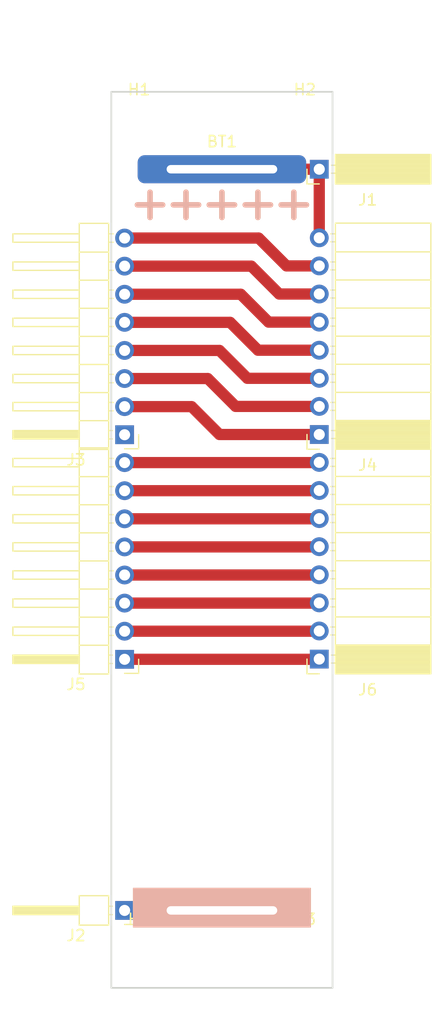
<source format=kicad_pcb>
(kicad_pcb (version 20171130) (host pcbnew "(5.1.5)-3")

  (general
    (thickness 1.6)
    (drawings 13)
    (tracks 40)
    (zones 0)
    (modules 11)
    (nets 19)
  )

  (page A4)
  (layers
    (0 F.Cu signal)
    (31 B.Cu signal)
    (32 B.Adhes user)
    (33 F.Adhes user)
    (34 B.Paste user)
    (35 F.Paste user)
    (36 B.SilkS user)
    (37 F.SilkS user)
    (38 B.Mask user)
    (39 F.Mask user)
    (40 Dwgs.User user)
    (41 Cmts.User user)
    (42 Eco1.User user)
    (43 Eco2.User user)
    (44 Edge.Cuts user)
    (45 Margin user)
    (46 B.CrtYd user)
    (47 F.CrtYd user)
    (48 B.Fab user)
    (49 F.Fab user)
  )

  (setup
    (last_trace_width 1.016)
    (user_trace_width 0.1524)
    (user_trace_width 0.254)
    (user_trace_width 0.508)
    (user_trace_width 0.762)
    (user_trace_width 1.016)
    (trace_clearance 0.1524)
    (zone_clearance 0.508)
    (zone_45_only no)
    (trace_min 0.1524)
    (via_size 0.6858)
    (via_drill 0.3302)
    (via_min_size 0.508)
    (via_min_drill 0.254)
    (user_via 0.508 0.254)
    (user_via 0.6858 0.3302)
    (user_via 0.8 0.4)
    (uvia_size 0.508)
    (uvia_drill 0.254)
    (uvias_allowed no)
    (uvia_min_size 0.2)
    (uvia_min_drill 0.1)
    (edge_width 0.15)
    (segment_width 0.2)
    (pcb_text_width 0.3)
    (pcb_text_size 1.5 1.5)
    (mod_edge_width 0.15)
    (mod_text_size 1 1)
    (mod_text_width 0.15)
    (pad_size 1.524 1.524)
    (pad_drill 0.762)
    (pad_to_mask_clearance 0.051)
    (solder_mask_min_width 0.25)
    (aux_axis_origin 0 0)
    (visible_elements FFFFFF7F)
    (pcbplotparams
      (layerselection 0x010fc_ffffffff)
      (usegerberextensions false)
      (usegerberattributes false)
      (usegerberadvancedattributes false)
      (creategerberjobfile false)
      (excludeedgelayer true)
      (linewidth 0.100000)
      (plotframeref false)
      (viasonmask false)
      (mode 1)
      (useauxorigin false)
      (hpglpennumber 1)
      (hpglpenspeed 20)
      (hpglpendiameter 15.000000)
      (psnegative false)
      (psa4output false)
      (plotreference true)
      (plotvalue true)
      (plotinvisibletext false)
      (padsonsilk false)
      (subtractmaskfromsilk false)
      (outputformat 1)
      (mirror false)
      (drillshape 1)
      (scaleselection 1)
      (outputdirectory ""))
  )

  (net 0 "")
  (net 1 "Net-(BT1-Pad2)")
  (net 2 "Net-(BT1-Pad1)")
  (net 3 "Net-(J3-Pad6)")
  (net 4 "Net-(J3-Pad5)")
  (net 5 "Net-(J3-Pad4)")
  (net 6 "Net-(J3-Pad3)")
  (net 7 "Net-(J3-Pad2)")
  (net 8 "Net-(J3-Pad1)")
  (net 9 "Net-(J5-Pad6)")
  (net 10 "Net-(J5-Pad5)")
  (net 11 "Net-(J5-Pad4)")
  (net 12 "Net-(J5-Pad3)")
  (net 13 "Net-(J5-Pad2)")
  (net 14 "Net-(J5-Pad1)")
  (net 15 "Net-(J3-Pad7)")
  (net 16 "Net-(J3-Pad8)")
  (net 17 "Net-(J5-Pad8)")
  (net 18 "Net-(J5-Pad7)")

  (net_class Default "Ceci est la Netclass par défaut."
    (clearance 0.1524)
    (trace_width 0.1524)
    (via_dia 0.6858)
    (via_drill 0.3302)
    (uvia_dia 0.508)
    (uvia_drill 0.254)
    (add_net "Net-(BT1-Pad1)")
    (add_net "Net-(BT1-Pad2)")
    (add_net "Net-(J3-Pad1)")
    (add_net "Net-(J3-Pad2)")
    (add_net "Net-(J3-Pad3)")
    (add_net "Net-(J3-Pad4)")
    (add_net "Net-(J3-Pad5)")
    (add_net "Net-(J3-Pad6)")
    (add_net "Net-(J3-Pad7)")
    (add_net "Net-(J3-Pad8)")
    (add_net "Net-(J5-Pad1)")
    (add_net "Net-(J5-Pad2)")
    (add_net "Net-(J5-Pad3)")
    (add_net "Net-(J5-Pad4)")
    (add_net "Net-(J5-Pad5)")
    (add_net "Net-(J5-Pad6)")
    (add_net "Net-(J5-Pad7)")
    (add_net "Net-(J5-Pad8)")
  )

  (module Connector_PinSocket_2.54mm:PinSocket_1x08_P2.54mm_Horizontal (layer F.Cu) (tedit 5A19A421) (tstamp 6088BA65)
    (at 30.8 63.28 180)
    (descr "Through hole angled socket strip, 1x08, 2.54mm pitch, 8.51mm socket length, single row (from Kicad 4.0.7), script generated")
    (tags "Through hole angled socket strip THT 1x08 2.54mm single row")
    (path /60887DCA)
    (fp_text reference J6 (at -4.38 -2.77) (layer F.SilkS)
      (effects (font (size 1 1) (thickness 0.15)))
    )
    (fp_text value bal_odd_right (at -4.38 20.55) (layer F.Fab)
      (effects (font (size 1 1) (thickness 0.15)))
    )
    (fp_text user %R (at -5.775 8.89 90) (layer F.Fab)
      (effects (font (size 1 1) (thickness 0.15)))
    )
    (fp_line (start 1.75 19.55) (end 1.75 -1.8) (layer F.CrtYd) (width 0.05))
    (fp_line (start -10.55 19.55) (end 1.75 19.55) (layer F.CrtYd) (width 0.05))
    (fp_line (start -10.55 -1.8) (end -10.55 19.55) (layer F.CrtYd) (width 0.05))
    (fp_line (start 1.75 -1.8) (end -10.55 -1.8) (layer F.CrtYd) (width 0.05))
    (fp_line (start 0 -1.33) (end 1.11 -1.33) (layer F.SilkS) (width 0.12))
    (fp_line (start 1.11 -1.33) (end 1.11 0) (layer F.SilkS) (width 0.12))
    (fp_line (start -10.09 -1.33) (end -10.09 19.11) (layer F.SilkS) (width 0.12))
    (fp_line (start -10.09 19.11) (end -1.46 19.11) (layer F.SilkS) (width 0.12))
    (fp_line (start -1.46 -1.33) (end -1.46 19.11) (layer F.SilkS) (width 0.12))
    (fp_line (start -10.09 -1.33) (end -1.46 -1.33) (layer F.SilkS) (width 0.12))
    (fp_line (start -10.09 16.51) (end -1.46 16.51) (layer F.SilkS) (width 0.12))
    (fp_line (start -10.09 13.97) (end -1.46 13.97) (layer F.SilkS) (width 0.12))
    (fp_line (start -10.09 11.43) (end -1.46 11.43) (layer F.SilkS) (width 0.12))
    (fp_line (start -10.09 8.89) (end -1.46 8.89) (layer F.SilkS) (width 0.12))
    (fp_line (start -10.09 6.35) (end -1.46 6.35) (layer F.SilkS) (width 0.12))
    (fp_line (start -10.09 3.81) (end -1.46 3.81) (layer F.SilkS) (width 0.12))
    (fp_line (start -10.09 1.27) (end -1.46 1.27) (layer F.SilkS) (width 0.12))
    (fp_line (start -1.46 18.14) (end -1.05 18.14) (layer F.SilkS) (width 0.12))
    (fp_line (start -1.46 17.42) (end -1.05 17.42) (layer F.SilkS) (width 0.12))
    (fp_line (start -1.46 15.6) (end -1.05 15.6) (layer F.SilkS) (width 0.12))
    (fp_line (start -1.46 14.88) (end -1.05 14.88) (layer F.SilkS) (width 0.12))
    (fp_line (start -1.46 13.06) (end -1.05 13.06) (layer F.SilkS) (width 0.12))
    (fp_line (start -1.46 12.34) (end -1.05 12.34) (layer F.SilkS) (width 0.12))
    (fp_line (start -1.46 10.52) (end -1.05 10.52) (layer F.SilkS) (width 0.12))
    (fp_line (start -1.46 9.8) (end -1.05 9.8) (layer F.SilkS) (width 0.12))
    (fp_line (start -1.46 7.98) (end -1.05 7.98) (layer F.SilkS) (width 0.12))
    (fp_line (start -1.46 7.26) (end -1.05 7.26) (layer F.SilkS) (width 0.12))
    (fp_line (start -1.46 5.44) (end -1.05 5.44) (layer F.SilkS) (width 0.12))
    (fp_line (start -1.46 4.72) (end -1.05 4.72) (layer F.SilkS) (width 0.12))
    (fp_line (start -1.46 2.9) (end -1.05 2.9) (layer F.SilkS) (width 0.12))
    (fp_line (start -1.46 2.18) (end -1.05 2.18) (layer F.SilkS) (width 0.12))
    (fp_line (start -1.46 0.36) (end -1.11 0.36) (layer F.SilkS) (width 0.12))
    (fp_line (start -1.46 -0.36) (end -1.11 -0.36) (layer F.SilkS) (width 0.12))
    (fp_line (start -10.09 1.1519) (end -1.46 1.1519) (layer F.SilkS) (width 0.12))
    (fp_line (start -10.09 1.033805) (end -1.46 1.033805) (layer F.SilkS) (width 0.12))
    (fp_line (start -10.09 0.91571) (end -1.46 0.91571) (layer F.SilkS) (width 0.12))
    (fp_line (start -10.09 0.797615) (end -1.46 0.797615) (layer F.SilkS) (width 0.12))
    (fp_line (start -10.09 0.67952) (end -1.46 0.67952) (layer F.SilkS) (width 0.12))
    (fp_line (start -10.09 0.561425) (end -1.46 0.561425) (layer F.SilkS) (width 0.12))
    (fp_line (start -10.09 0.44333) (end -1.46 0.44333) (layer F.SilkS) (width 0.12))
    (fp_line (start -10.09 0.325235) (end -1.46 0.325235) (layer F.SilkS) (width 0.12))
    (fp_line (start -10.09 0.20714) (end -1.46 0.20714) (layer F.SilkS) (width 0.12))
    (fp_line (start -10.09 0.089045) (end -1.46 0.089045) (layer F.SilkS) (width 0.12))
    (fp_line (start -10.09 -0.02905) (end -1.46 -0.02905) (layer F.SilkS) (width 0.12))
    (fp_line (start -10.09 -0.147145) (end -1.46 -0.147145) (layer F.SilkS) (width 0.12))
    (fp_line (start -10.09 -0.26524) (end -1.46 -0.26524) (layer F.SilkS) (width 0.12))
    (fp_line (start -10.09 -0.383335) (end -1.46 -0.383335) (layer F.SilkS) (width 0.12))
    (fp_line (start -10.09 -0.50143) (end -1.46 -0.50143) (layer F.SilkS) (width 0.12))
    (fp_line (start -10.09 -0.619525) (end -1.46 -0.619525) (layer F.SilkS) (width 0.12))
    (fp_line (start -10.09 -0.73762) (end -1.46 -0.73762) (layer F.SilkS) (width 0.12))
    (fp_line (start -10.09 -0.855715) (end -1.46 -0.855715) (layer F.SilkS) (width 0.12))
    (fp_line (start -10.09 -0.97381) (end -1.46 -0.97381) (layer F.SilkS) (width 0.12))
    (fp_line (start -10.09 -1.091905) (end -1.46 -1.091905) (layer F.SilkS) (width 0.12))
    (fp_line (start -10.09 -1.21) (end -1.46 -1.21) (layer F.SilkS) (width 0.12))
    (fp_line (start 0 18.08) (end 0 17.48) (layer F.Fab) (width 0.1))
    (fp_line (start -1.52 18.08) (end 0 18.08) (layer F.Fab) (width 0.1))
    (fp_line (start 0 17.48) (end -1.52 17.48) (layer F.Fab) (width 0.1))
    (fp_line (start 0 15.54) (end 0 14.94) (layer F.Fab) (width 0.1))
    (fp_line (start -1.52 15.54) (end 0 15.54) (layer F.Fab) (width 0.1))
    (fp_line (start 0 14.94) (end -1.52 14.94) (layer F.Fab) (width 0.1))
    (fp_line (start 0 13) (end 0 12.4) (layer F.Fab) (width 0.1))
    (fp_line (start -1.52 13) (end 0 13) (layer F.Fab) (width 0.1))
    (fp_line (start 0 12.4) (end -1.52 12.4) (layer F.Fab) (width 0.1))
    (fp_line (start 0 10.46) (end 0 9.86) (layer F.Fab) (width 0.1))
    (fp_line (start -1.52 10.46) (end 0 10.46) (layer F.Fab) (width 0.1))
    (fp_line (start 0 9.86) (end -1.52 9.86) (layer F.Fab) (width 0.1))
    (fp_line (start 0 7.92) (end 0 7.32) (layer F.Fab) (width 0.1))
    (fp_line (start -1.52 7.92) (end 0 7.92) (layer F.Fab) (width 0.1))
    (fp_line (start 0 7.32) (end -1.52 7.32) (layer F.Fab) (width 0.1))
    (fp_line (start 0 5.38) (end 0 4.78) (layer F.Fab) (width 0.1))
    (fp_line (start -1.52 5.38) (end 0 5.38) (layer F.Fab) (width 0.1))
    (fp_line (start 0 4.78) (end -1.52 4.78) (layer F.Fab) (width 0.1))
    (fp_line (start 0 2.84) (end 0 2.24) (layer F.Fab) (width 0.1))
    (fp_line (start -1.52 2.84) (end 0 2.84) (layer F.Fab) (width 0.1))
    (fp_line (start 0 2.24) (end -1.52 2.24) (layer F.Fab) (width 0.1))
    (fp_line (start 0 0.3) (end 0 -0.3) (layer F.Fab) (width 0.1))
    (fp_line (start -1.52 0.3) (end 0 0.3) (layer F.Fab) (width 0.1))
    (fp_line (start 0 -0.3) (end -1.52 -0.3) (layer F.Fab) (width 0.1))
    (fp_line (start -10.03 19.05) (end -10.03 -1.27) (layer F.Fab) (width 0.1))
    (fp_line (start -1.52 19.05) (end -10.03 19.05) (layer F.Fab) (width 0.1))
    (fp_line (start -1.52 -0.3) (end -1.52 19.05) (layer F.Fab) (width 0.1))
    (fp_line (start -2.49 -1.27) (end -1.52 -0.3) (layer F.Fab) (width 0.1))
    (fp_line (start -10.03 -1.27) (end -2.49 -1.27) (layer F.Fab) (width 0.1))
    (pad 8 thru_hole oval (at 0 17.78 180) (size 1.7 1.7) (drill 1) (layers *.Cu *.Mask)
      (net 17 "Net-(J5-Pad8)"))
    (pad 7 thru_hole oval (at 0 15.24 180) (size 1.7 1.7) (drill 1) (layers *.Cu *.Mask)
      (net 18 "Net-(J5-Pad7)"))
    (pad 6 thru_hole oval (at 0 12.7 180) (size 1.7 1.7) (drill 1) (layers *.Cu *.Mask)
      (net 9 "Net-(J5-Pad6)"))
    (pad 5 thru_hole oval (at 0 10.16 180) (size 1.7 1.7) (drill 1) (layers *.Cu *.Mask)
      (net 10 "Net-(J5-Pad5)"))
    (pad 4 thru_hole oval (at 0 7.62 180) (size 1.7 1.7) (drill 1) (layers *.Cu *.Mask)
      (net 11 "Net-(J5-Pad4)"))
    (pad 3 thru_hole oval (at 0 5.08 180) (size 1.7 1.7) (drill 1) (layers *.Cu *.Mask)
      (net 12 "Net-(J5-Pad3)"))
    (pad 2 thru_hole oval (at 0 2.54 180) (size 1.7 1.7) (drill 1) (layers *.Cu *.Mask)
      (net 13 "Net-(J5-Pad2)"))
    (pad 1 thru_hole rect (at 0 0 180) (size 1.7 1.7) (drill 1) (layers *.Cu *.Mask)
      (net 14 "Net-(J5-Pad1)"))
    (model ${KISYS3DMOD}/Connector_PinSocket_2.54mm.3dshapes/PinSocket_1x08_P2.54mm_Horizontal.wrl
      (at (xyz 0 0 0))
      (scale (xyz 1 1 1))
      (rotate (xyz 0 0 0))
    )
  )

  (module Connector_PinHeader_2.54mm:PinHeader_1x08_P2.54mm_Horizontal (layer F.Cu) (tedit 59FED5CB) (tstamp 6088BA13)
    (at 13.2 63.3 180)
    (descr "Through hole angled pin header, 1x08, 2.54mm pitch, 6mm pin length, single row")
    (tags "Through hole angled pin header THT 1x08 2.54mm single row")
    (path /608882E0)
    (fp_text reference J5 (at 4.385 -2.27) (layer F.SilkS)
      (effects (font (size 1 1) (thickness 0.15)))
    )
    (fp_text value bal_odd_left (at 4.385 20.05) (layer F.Fab)
      (effects (font (size 1 1) (thickness 0.15)))
    )
    (fp_text user %R (at 2.77 8.89 90) (layer F.Fab)
      (effects (font (size 1 1) (thickness 0.15)))
    )
    (fp_line (start 10.55 -1.8) (end -1.8 -1.8) (layer F.CrtYd) (width 0.05))
    (fp_line (start 10.55 19.55) (end 10.55 -1.8) (layer F.CrtYd) (width 0.05))
    (fp_line (start -1.8 19.55) (end 10.55 19.55) (layer F.CrtYd) (width 0.05))
    (fp_line (start -1.8 -1.8) (end -1.8 19.55) (layer F.CrtYd) (width 0.05))
    (fp_line (start -1.27 -1.27) (end 0 -1.27) (layer F.SilkS) (width 0.12))
    (fp_line (start -1.27 0) (end -1.27 -1.27) (layer F.SilkS) (width 0.12))
    (fp_line (start 1.042929 18.16) (end 1.44 18.16) (layer F.SilkS) (width 0.12))
    (fp_line (start 1.042929 17.4) (end 1.44 17.4) (layer F.SilkS) (width 0.12))
    (fp_line (start 10.1 18.16) (end 4.1 18.16) (layer F.SilkS) (width 0.12))
    (fp_line (start 10.1 17.4) (end 10.1 18.16) (layer F.SilkS) (width 0.12))
    (fp_line (start 4.1 17.4) (end 10.1 17.4) (layer F.SilkS) (width 0.12))
    (fp_line (start 1.44 16.51) (end 4.1 16.51) (layer F.SilkS) (width 0.12))
    (fp_line (start 1.042929 15.62) (end 1.44 15.62) (layer F.SilkS) (width 0.12))
    (fp_line (start 1.042929 14.86) (end 1.44 14.86) (layer F.SilkS) (width 0.12))
    (fp_line (start 10.1 15.62) (end 4.1 15.62) (layer F.SilkS) (width 0.12))
    (fp_line (start 10.1 14.86) (end 10.1 15.62) (layer F.SilkS) (width 0.12))
    (fp_line (start 4.1 14.86) (end 10.1 14.86) (layer F.SilkS) (width 0.12))
    (fp_line (start 1.44 13.97) (end 4.1 13.97) (layer F.SilkS) (width 0.12))
    (fp_line (start 1.042929 13.08) (end 1.44 13.08) (layer F.SilkS) (width 0.12))
    (fp_line (start 1.042929 12.32) (end 1.44 12.32) (layer F.SilkS) (width 0.12))
    (fp_line (start 10.1 13.08) (end 4.1 13.08) (layer F.SilkS) (width 0.12))
    (fp_line (start 10.1 12.32) (end 10.1 13.08) (layer F.SilkS) (width 0.12))
    (fp_line (start 4.1 12.32) (end 10.1 12.32) (layer F.SilkS) (width 0.12))
    (fp_line (start 1.44 11.43) (end 4.1 11.43) (layer F.SilkS) (width 0.12))
    (fp_line (start 1.042929 10.54) (end 1.44 10.54) (layer F.SilkS) (width 0.12))
    (fp_line (start 1.042929 9.78) (end 1.44 9.78) (layer F.SilkS) (width 0.12))
    (fp_line (start 10.1 10.54) (end 4.1 10.54) (layer F.SilkS) (width 0.12))
    (fp_line (start 10.1 9.78) (end 10.1 10.54) (layer F.SilkS) (width 0.12))
    (fp_line (start 4.1 9.78) (end 10.1 9.78) (layer F.SilkS) (width 0.12))
    (fp_line (start 1.44 8.89) (end 4.1 8.89) (layer F.SilkS) (width 0.12))
    (fp_line (start 1.042929 8) (end 1.44 8) (layer F.SilkS) (width 0.12))
    (fp_line (start 1.042929 7.24) (end 1.44 7.24) (layer F.SilkS) (width 0.12))
    (fp_line (start 10.1 8) (end 4.1 8) (layer F.SilkS) (width 0.12))
    (fp_line (start 10.1 7.24) (end 10.1 8) (layer F.SilkS) (width 0.12))
    (fp_line (start 4.1 7.24) (end 10.1 7.24) (layer F.SilkS) (width 0.12))
    (fp_line (start 1.44 6.35) (end 4.1 6.35) (layer F.SilkS) (width 0.12))
    (fp_line (start 1.042929 5.46) (end 1.44 5.46) (layer F.SilkS) (width 0.12))
    (fp_line (start 1.042929 4.7) (end 1.44 4.7) (layer F.SilkS) (width 0.12))
    (fp_line (start 10.1 5.46) (end 4.1 5.46) (layer F.SilkS) (width 0.12))
    (fp_line (start 10.1 4.7) (end 10.1 5.46) (layer F.SilkS) (width 0.12))
    (fp_line (start 4.1 4.7) (end 10.1 4.7) (layer F.SilkS) (width 0.12))
    (fp_line (start 1.44 3.81) (end 4.1 3.81) (layer F.SilkS) (width 0.12))
    (fp_line (start 1.042929 2.92) (end 1.44 2.92) (layer F.SilkS) (width 0.12))
    (fp_line (start 1.042929 2.16) (end 1.44 2.16) (layer F.SilkS) (width 0.12))
    (fp_line (start 10.1 2.92) (end 4.1 2.92) (layer F.SilkS) (width 0.12))
    (fp_line (start 10.1 2.16) (end 10.1 2.92) (layer F.SilkS) (width 0.12))
    (fp_line (start 4.1 2.16) (end 10.1 2.16) (layer F.SilkS) (width 0.12))
    (fp_line (start 1.44 1.27) (end 4.1 1.27) (layer F.SilkS) (width 0.12))
    (fp_line (start 1.11 0.38) (end 1.44 0.38) (layer F.SilkS) (width 0.12))
    (fp_line (start 1.11 -0.38) (end 1.44 -0.38) (layer F.SilkS) (width 0.12))
    (fp_line (start 4.1 0.28) (end 10.1 0.28) (layer F.SilkS) (width 0.12))
    (fp_line (start 4.1 0.16) (end 10.1 0.16) (layer F.SilkS) (width 0.12))
    (fp_line (start 4.1 0.04) (end 10.1 0.04) (layer F.SilkS) (width 0.12))
    (fp_line (start 4.1 -0.08) (end 10.1 -0.08) (layer F.SilkS) (width 0.12))
    (fp_line (start 4.1 -0.2) (end 10.1 -0.2) (layer F.SilkS) (width 0.12))
    (fp_line (start 4.1 -0.32) (end 10.1 -0.32) (layer F.SilkS) (width 0.12))
    (fp_line (start 10.1 0.38) (end 4.1 0.38) (layer F.SilkS) (width 0.12))
    (fp_line (start 10.1 -0.38) (end 10.1 0.38) (layer F.SilkS) (width 0.12))
    (fp_line (start 4.1 -0.38) (end 10.1 -0.38) (layer F.SilkS) (width 0.12))
    (fp_line (start 4.1 -1.33) (end 1.44 -1.33) (layer F.SilkS) (width 0.12))
    (fp_line (start 4.1 19.11) (end 4.1 -1.33) (layer F.SilkS) (width 0.12))
    (fp_line (start 1.44 19.11) (end 4.1 19.11) (layer F.SilkS) (width 0.12))
    (fp_line (start 1.44 -1.33) (end 1.44 19.11) (layer F.SilkS) (width 0.12))
    (fp_line (start 4.04 18.1) (end 10.04 18.1) (layer F.Fab) (width 0.1))
    (fp_line (start 10.04 17.46) (end 10.04 18.1) (layer F.Fab) (width 0.1))
    (fp_line (start 4.04 17.46) (end 10.04 17.46) (layer F.Fab) (width 0.1))
    (fp_line (start -0.32 18.1) (end 1.5 18.1) (layer F.Fab) (width 0.1))
    (fp_line (start -0.32 17.46) (end -0.32 18.1) (layer F.Fab) (width 0.1))
    (fp_line (start -0.32 17.46) (end 1.5 17.46) (layer F.Fab) (width 0.1))
    (fp_line (start 4.04 15.56) (end 10.04 15.56) (layer F.Fab) (width 0.1))
    (fp_line (start 10.04 14.92) (end 10.04 15.56) (layer F.Fab) (width 0.1))
    (fp_line (start 4.04 14.92) (end 10.04 14.92) (layer F.Fab) (width 0.1))
    (fp_line (start -0.32 15.56) (end 1.5 15.56) (layer F.Fab) (width 0.1))
    (fp_line (start -0.32 14.92) (end -0.32 15.56) (layer F.Fab) (width 0.1))
    (fp_line (start -0.32 14.92) (end 1.5 14.92) (layer F.Fab) (width 0.1))
    (fp_line (start 4.04 13.02) (end 10.04 13.02) (layer F.Fab) (width 0.1))
    (fp_line (start 10.04 12.38) (end 10.04 13.02) (layer F.Fab) (width 0.1))
    (fp_line (start 4.04 12.38) (end 10.04 12.38) (layer F.Fab) (width 0.1))
    (fp_line (start -0.32 13.02) (end 1.5 13.02) (layer F.Fab) (width 0.1))
    (fp_line (start -0.32 12.38) (end -0.32 13.02) (layer F.Fab) (width 0.1))
    (fp_line (start -0.32 12.38) (end 1.5 12.38) (layer F.Fab) (width 0.1))
    (fp_line (start 4.04 10.48) (end 10.04 10.48) (layer F.Fab) (width 0.1))
    (fp_line (start 10.04 9.84) (end 10.04 10.48) (layer F.Fab) (width 0.1))
    (fp_line (start 4.04 9.84) (end 10.04 9.84) (layer F.Fab) (width 0.1))
    (fp_line (start -0.32 10.48) (end 1.5 10.48) (layer F.Fab) (width 0.1))
    (fp_line (start -0.32 9.84) (end -0.32 10.48) (layer F.Fab) (width 0.1))
    (fp_line (start -0.32 9.84) (end 1.5 9.84) (layer F.Fab) (width 0.1))
    (fp_line (start 4.04 7.94) (end 10.04 7.94) (layer F.Fab) (width 0.1))
    (fp_line (start 10.04 7.3) (end 10.04 7.94) (layer F.Fab) (width 0.1))
    (fp_line (start 4.04 7.3) (end 10.04 7.3) (layer F.Fab) (width 0.1))
    (fp_line (start -0.32 7.94) (end 1.5 7.94) (layer F.Fab) (width 0.1))
    (fp_line (start -0.32 7.3) (end -0.32 7.94) (layer F.Fab) (width 0.1))
    (fp_line (start -0.32 7.3) (end 1.5 7.3) (layer F.Fab) (width 0.1))
    (fp_line (start 4.04 5.4) (end 10.04 5.4) (layer F.Fab) (width 0.1))
    (fp_line (start 10.04 4.76) (end 10.04 5.4) (layer F.Fab) (width 0.1))
    (fp_line (start 4.04 4.76) (end 10.04 4.76) (layer F.Fab) (width 0.1))
    (fp_line (start -0.32 5.4) (end 1.5 5.4) (layer F.Fab) (width 0.1))
    (fp_line (start -0.32 4.76) (end -0.32 5.4) (layer F.Fab) (width 0.1))
    (fp_line (start -0.32 4.76) (end 1.5 4.76) (layer F.Fab) (width 0.1))
    (fp_line (start 4.04 2.86) (end 10.04 2.86) (layer F.Fab) (width 0.1))
    (fp_line (start 10.04 2.22) (end 10.04 2.86) (layer F.Fab) (width 0.1))
    (fp_line (start 4.04 2.22) (end 10.04 2.22) (layer F.Fab) (width 0.1))
    (fp_line (start -0.32 2.86) (end 1.5 2.86) (layer F.Fab) (width 0.1))
    (fp_line (start -0.32 2.22) (end -0.32 2.86) (layer F.Fab) (width 0.1))
    (fp_line (start -0.32 2.22) (end 1.5 2.22) (layer F.Fab) (width 0.1))
    (fp_line (start 4.04 0.32) (end 10.04 0.32) (layer F.Fab) (width 0.1))
    (fp_line (start 10.04 -0.32) (end 10.04 0.32) (layer F.Fab) (width 0.1))
    (fp_line (start 4.04 -0.32) (end 10.04 -0.32) (layer F.Fab) (width 0.1))
    (fp_line (start -0.32 0.32) (end 1.5 0.32) (layer F.Fab) (width 0.1))
    (fp_line (start -0.32 -0.32) (end -0.32 0.32) (layer F.Fab) (width 0.1))
    (fp_line (start -0.32 -0.32) (end 1.5 -0.32) (layer F.Fab) (width 0.1))
    (fp_line (start 1.5 -0.635) (end 2.135 -1.27) (layer F.Fab) (width 0.1))
    (fp_line (start 1.5 19.05) (end 1.5 -0.635) (layer F.Fab) (width 0.1))
    (fp_line (start 4.04 19.05) (end 1.5 19.05) (layer F.Fab) (width 0.1))
    (fp_line (start 4.04 -1.27) (end 4.04 19.05) (layer F.Fab) (width 0.1))
    (fp_line (start 2.135 -1.27) (end 4.04 -1.27) (layer F.Fab) (width 0.1))
    (pad 8 thru_hole oval (at 0 17.78 180) (size 1.7 1.7) (drill 1) (layers *.Cu *.Mask)
      (net 17 "Net-(J5-Pad8)"))
    (pad 7 thru_hole oval (at 0 15.24 180) (size 1.7 1.7) (drill 1) (layers *.Cu *.Mask)
      (net 18 "Net-(J5-Pad7)"))
    (pad 6 thru_hole oval (at 0 12.7 180) (size 1.7 1.7) (drill 1) (layers *.Cu *.Mask)
      (net 9 "Net-(J5-Pad6)"))
    (pad 5 thru_hole oval (at 0 10.16 180) (size 1.7 1.7) (drill 1) (layers *.Cu *.Mask)
      (net 10 "Net-(J5-Pad5)"))
    (pad 4 thru_hole oval (at 0 7.62 180) (size 1.7 1.7) (drill 1) (layers *.Cu *.Mask)
      (net 11 "Net-(J5-Pad4)"))
    (pad 3 thru_hole oval (at 0 5.08 180) (size 1.7 1.7) (drill 1) (layers *.Cu *.Mask)
      (net 12 "Net-(J5-Pad3)"))
    (pad 2 thru_hole oval (at 0 2.54 180) (size 1.7 1.7) (drill 1) (layers *.Cu *.Mask)
      (net 13 "Net-(J5-Pad2)"))
    (pad 1 thru_hole rect (at 0 0 180) (size 1.7 1.7) (drill 1) (layers *.Cu *.Mask)
      (net 14 "Net-(J5-Pad1)"))
    (model ${KISYS3DMOD}/Connector_PinHeader_2.54mm.3dshapes/PinHeader_1x08_P2.54mm_Horizontal.wrl
      (at (xyz 0 0 0))
      (scale (xyz 1 1 1))
      (rotate (xyz 0 0 0))
    )
  )

  (module Connector_PinSocket_2.54mm:PinSocket_1x08_P2.54mm_Horizontal (layer F.Cu) (tedit 5A19A421) (tstamp 6088B9AC)
    (at 30.8 42.98 180)
    (descr "Through hole angled socket strip, 1x08, 2.54mm pitch, 8.51mm socket length, single row (from Kicad 4.0.7), script generated")
    (tags "Through hole angled socket strip THT 1x08 2.54mm single row")
    (path /608868D9)
    (fp_text reference J4 (at -4.38 -2.77) (layer F.SilkS)
      (effects (font (size 1 1) (thickness 0.15)))
    )
    (fp_text value bal_even_right (at -4.38 20.55) (layer F.Fab)
      (effects (font (size 1 1) (thickness 0.15)))
    )
    (fp_text user %R (at -5.775 8.89 90) (layer F.Fab)
      (effects (font (size 1 1) (thickness 0.15)))
    )
    (fp_line (start 1.75 19.55) (end 1.75 -1.8) (layer F.CrtYd) (width 0.05))
    (fp_line (start -10.55 19.55) (end 1.75 19.55) (layer F.CrtYd) (width 0.05))
    (fp_line (start -10.55 -1.8) (end -10.55 19.55) (layer F.CrtYd) (width 0.05))
    (fp_line (start 1.75 -1.8) (end -10.55 -1.8) (layer F.CrtYd) (width 0.05))
    (fp_line (start 0 -1.33) (end 1.11 -1.33) (layer F.SilkS) (width 0.12))
    (fp_line (start 1.11 -1.33) (end 1.11 0) (layer F.SilkS) (width 0.12))
    (fp_line (start -10.09 -1.33) (end -10.09 19.11) (layer F.SilkS) (width 0.12))
    (fp_line (start -10.09 19.11) (end -1.46 19.11) (layer F.SilkS) (width 0.12))
    (fp_line (start -1.46 -1.33) (end -1.46 19.11) (layer F.SilkS) (width 0.12))
    (fp_line (start -10.09 -1.33) (end -1.46 -1.33) (layer F.SilkS) (width 0.12))
    (fp_line (start -10.09 16.51) (end -1.46 16.51) (layer F.SilkS) (width 0.12))
    (fp_line (start -10.09 13.97) (end -1.46 13.97) (layer F.SilkS) (width 0.12))
    (fp_line (start -10.09 11.43) (end -1.46 11.43) (layer F.SilkS) (width 0.12))
    (fp_line (start -10.09 8.89) (end -1.46 8.89) (layer F.SilkS) (width 0.12))
    (fp_line (start -10.09 6.35) (end -1.46 6.35) (layer F.SilkS) (width 0.12))
    (fp_line (start -10.09 3.81) (end -1.46 3.81) (layer F.SilkS) (width 0.12))
    (fp_line (start -10.09 1.27) (end -1.46 1.27) (layer F.SilkS) (width 0.12))
    (fp_line (start -1.46 18.14) (end -1.05 18.14) (layer F.SilkS) (width 0.12))
    (fp_line (start -1.46 17.42) (end -1.05 17.42) (layer F.SilkS) (width 0.12))
    (fp_line (start -1.46 15.6) (end -1.05 15.6) (layer F.SilkS) (width 0.12))
    (fp_line (start -1.46 14.88) (end -1.05 14.88) (layer F.SilkS) (width 0.12))
    (fp_line (start -1.46 13.06) (end -1.05 13.06) (layer F.SilkS) (width 0.12))
    (fp_line (start -1.46 12.34) (end -1.05 12.34) (layer F.SilkS) (width 0.12))
    (fp_line (start -1.46 10.52) (end -1.05 10.52) (layer F.SilkS) (width 0.12))
    (fp_line (start -1.46 9.8) (end -1.05 9.8) (layer F.SilkS) (width 0.12))
    (fp_line (start -1.46 7.98) (end -1.05 7.98) (layer F.SilkS) (width 0.12))
    (fp_line (start -1.46 7.26) (end -1.05 7.26) (layer F.SilkS) (width 0.12))
    (fp_line (start -1.46 5.44) (end -1.05 5.44) (layer F.SilkS) (width 0.12))
    (fp_line (start -1.46 4.72) (end -1.05 4.72) (layer F.SilkS) (width 0.12))
    (fp_line (start -1.46 2.9) (end -1.05 2.9) (layer F.SilkS) (width 0.12))
    (fp_line (start -1.46 2.18) (end -1.05 2.18) (layer F.SilkS) (width 0.12))
    (fp_line (start -1.46 0.36) (end -1.11 0.36) (layer F.SilkS) (width 0.12))
    (fp_line (start -1.46 -0.36) (end -1.11 -0.36) (layer F.SilkS) (width 0.12))
    (fp_line (start -10.09 1.1519) (end -1.46 1.1519) (layer F.SilkS) (width 0.12))
    (fp_line (start -10.09 1.033805) (end -1.46 1.033805) (layer F.SilkS) (width 0.12))
    (fp_line (start -10.09 0.91571) (end -1.46 0.91571) (layer F.SilkS) (width 0.12))
    (fp_line (start -10.09 0.797615) (end -1.46 0.797615) (layer F.SilkS) (width 0.12))
    (fp_line (start -10.09 0.67952) (end -1.46 0.67952) (layer F.SilkS) (width 0.12))
    (fp_line (start -10.09 0.561425) (end -1.46 0.561425) (layer F.SilkS) (width 0.12))
    (fp_line (start -10.09 0.44333) (end -1.46 0.44333) (layer F.SilkS) (width 0.12))
    (fp_line (start -10.09 0.325235) (end -1.46 0.325235) (layer F.SilkS) (width 0.12))
    (fp_line (start -10.09 0.20714) (end -1.46 0.20714) (layer F.SilkS) (width 0.12))
    (fp_line (start -10.09 0.089045) (end -1.46 0.089045) (layer F.SilkS) (width 0.12))
    (fp_line (start -10.09 -0.02905) (end -1.46 -0.02905) (layer F.SilkS) (width 0.12))
    (fp_line (start -10.09 -0.147145) (end -1.46 -0.147145) (layer F.SilkS) (width 0.12))
    (fp_line (start -10.09 -0.26524) (end -1.46 -0.26524) (layer F.SilkS) (width 0.12))
    (fp_line (start -10.09 -0.383335) (end -1.46 -0.383335) (layer F.SilkS) (width 0.12))
    (fp_line (start -10.09 -0.50143) (end -1.46 -0.50143) (layer F.SilkS) (width 0.12))
    (fp_line (start -10.09 -0.619525) (end -1.46 -0.619525) (layer F.SilkS) (width 0.12))
    (fp_line (start -10.09 -0.73762) (end -1.46 -0.73762) (layer F.SilkS) (width 0.12))
    (fp_line (start -10.09 -0.855715) (end -1.46 -0.855715) (layer F.SilkS) (width 0.12))
    (fp_line (start -10.09 -0.97381) (end -1.46 -0.97381) (layer F.SilkS) (width 0.12))
    (fp_line (start -10.09 -1.091905) (end -1.46 -1.091905) (layer F.SilkS) (width 0.12))
    (fp_line (start -10.09 -1.21) (end -1.46 -1.21) (layer F.SilkS) (width 0.12))
    (fp_line (start 0 18.08) (end 0 17.48) (layer F.Fab) (width 0.1))
    (fp_line (start -1.52 18.08) (end 0 18.08) (layer F.Fab) (width 0.1))
    (fp_line (start 0 17.48) (end -1.52 17.48) (layer F.Fab) (width 0.1))
    (fp_line (start 0 15.54) (end 0 14.94) (layer F.Fab) (width 0.1))
    (fp_line (start -1.52 15.54) (end 0 15.54) (layer F.Fab) (width 0.1))
    (fp_line (start 0 14.94) (end -1.52 14.94) (layer F.Fab) (width 0.1))
    (fp_line (start 0 13) (end 0 12.4) (layer F.Fab) (width 0.1))
    (fp_line (start -1.52 13) (end 0 13) (layer F.Fab) (width 0.1))
    (fp_line (start 0 12.4) (end -1.52 12.4) (layer F.Fab) (width 0.1))
    (fp_line (start 0 10.46) (end 0 9.86) (layer F.Fab) (width 0.1))
    (fp_line (start -1.52 10.46) (end 0 10.46) (layer F.Fab) (width 0.1))
    (fp_line (start 0 9.86) (end -1.52 9.86) (layer F.Fab) (width 0.1))
    (fp_line (start 0 7.92) (end 0 7.32) (layer F.Fab) (width 0.1))
    (fp_line (start -1.52 7.92) (end 0 7.92) (layer F.Fab) (width 0.1))
    (fp_line (start 0 7.32) (end -1.52 7.32) (layer F.Fab) (width 0.1))
    (fp_line (start 0 5.38) (end 0 4.78) (layer F.Fab) (width 0.1))
    (fp_line (start -1.52 5.38) (end 0 5.38) (layer F.Fab) (width 0.1))
    (fp_line (start 0 4.78) (end -1.52 4.78) (layer F.Fab) (width 0.1))
    (fp_line (start 0 2.84) (end 0 2.24) (layer F.Fab) (width 0.1))
    (fp_line (start -1.52 2.84) (end 0 2.84) (layer F.Fab) (width 0.1))
    (fp_line (start 0 2.24) (end -1.52 2.24) (layer F.Fab) (width 0.1))
    (fp_line (start 0 0.3) (end 0 -0.3) (layer F.Fab) (width 0.1))
    (fp_line (start -1.52 0.3) (end 0 0.3) (layer F.Fab) (width 0.1))
    (fp_line (start 0 -0.3) (end -1.52 -0.3) (layer F.Fab) (width 0.1))
    (fp_line (start -10.03 19.05) (end -10.03 -1.27) (layer F.Fab) (width 0.1))
    (fp_line (start -1.52 19.05) (end -10.03 19.05) (layer F.Fab) (width 0.1))
    (fp_line (start -1.52 -0.3) (end -1.52 19.05) (layer F.Fab) (width 0.1))
    (fp_line (start -2.49 -1.27) (end -1.52 -0.3) (layer F.Fab) (width 0.1))
    (fp_line (start -10.03 -1.27) (end -2.49 -1.27) (layer F.Fab) (width 0.1))
    (pad 8 thru_hole oval (at 0 17.78 180) (size 1.7 1.7) (drill 1) (layers *.Cu *.Mask)
      (net 2 "Net-(BT1-Pad1)"))
    (pad 7 thru_hole oval (at 0 15.24 180) (size 1.7 1.7) (drill 1) (layers *.Cu *.Mask)
      (net 16 "Net-(J3-Pad8)"))
    (pad 6 thru_hole oval (at 0 12.7 180) (size 1.7 1.7) (drill 1) (layers *.Cu *.Mask)
      (net 15 "Net-(J3-Pad7)"))
    (pad 5 thru_hole oval (at 0 10.16 180) (size 1.7 1.7) (drill 1) (layers *.Cu *.Mask)
      (net 3 "Net-(J3-Pad6)"))
    (pad 4 thru_hole oval (at 0 7.62 180) (size 1.7 1.7) (drill 1) (layers *.Cu *.Mask)
      (net 4 "Net-(J3-Pad5)"))
    (pad 3 thru_hole oval (at 0 5.08 180) (size 1.7 1.7) (drill 1) (layers *.Cu *.Mask)
      (net 5 "Net-(J3-Pad4)"))
    (pad 2 thru_hole oval (at 0 2.54 180) (size 1.7 1.7) (drill 1) (layers *.Cu *.Mask)
      (net 6 "Net-(J3-Pad3)"))
    (pad 1 thru_hole rect (at 0 0 180) (size 1.7 1.7) (drill 1) (layers *.Cu *.Mask)
      (net 7 "Net-(J3-Pad2)"))
    (model ${KISYS3DMOD}/Connector_PinSocket_2.54mm.3dshapes/PinSocket_1x08_P2.54mm_Horizontal.wrl
      (at (xyz 0 0 0))
      (scale (xyz 1 1 1))
      (rotate (xyz 0 0 0))
    )
  )

  (module Connector_PinHeader_2.54mm:PinHeader_1x08_P2.54mm_Horizontal (layer F.Cu) (tedit 59FED5CB) (tstamp 6088B95A)
    (at 13.2 43 180)
    (descr "Through hole angled pin header, 1x08, 2.54mm pitch, 6mm pin length, single row")
    (tags "Through hole angled pin header THT 1x08 2.54mm single row")
    (path /6088705C)
    (fp_text reference J3 (at 4.385 -2.27) (layer F.SilkS)
      (effects (font (size 1 1) (thickness 0.15)))
    )
    (fp_text value bal_even_left (at 4.385 20.05) (layer F.Fab)
      (effects (font (size 1 1) (thickness 0.15)))
    )
    (fp_text user %R (at 2.77 8.89 90) (layer F.Fab)
      (effects (font (size 1 1) (thickness 0.15)))
    )
    (fp_line (start 10.55 -1.8) (end -1.8 -1.8) (layer F.CrtYd) (width 0.05))
    (fp_line (start 10.55 19.55) (end 10.55 -1.8) (layer F.CrtYd) (width 0.05))
    (fp_line (start -1.8 19.55) (end 10.55 19.55) (layer F.CrtYd) (width 0.05))
    (fp_line (start -1.8 -1.8) (end -1.8 19.55) (layer F.CrtYd) (width 0.05))
    (fp_line (start -1.27 -1.27) (end 0 -1.27) (layer F.SilkS) (width 0.12))
    (fp_line (start -1.27 0) (end -1.27 -1.27) (layer F.SilkS) (width 0.12))
    (fp_line (start 1.042929 18.16) (end 1.44 18.16) (layer F.SilkS) (width 0.12))
    (fp_line (start 1.042929 17.4) (end 1.44 17.4) (layer F.SilkS) (width 0.12))
    (fp_line (start 10.1 18.16) (end 4.1 18.16) (layer F.SilkS) (width 0.12))
    (fp_line (start 10.1 17.4) (end 10.1 18.16) (layer F.SilkS) (width 0.12))
    (fp_line (start 4.1 17.4) (end 10.1 17.4) (layer F.SilkS) (width 0.12))
    (fp_line (start 1.44 16.51) (end 4.1 16.51) (layer F.SilkS) (width 0.12))
    (fp_line (start 1.042929 15.62) (end 1.44 15.62) (layer F.SilkS) (width 0.12))
    (fp_line (start 1.042929 14.86) (end 1.44 14.86) (layer F.SilkS) (width 0.12))
    (fp_line (start 10.1 15.62) (end 4.1 15.62) (layer F.SilkS) (width 0.12))
    (fp_line (start 10.1 14.86) (end 10.1 15.62) (layer F.SilkS) (width 0.12))
    (fp_line (start 4.1 14.86) (end 10.1 14.86) (layer F.SilkS) (width 0.12))
    (fp_line (start 1.44 13.97) (end 4.1 13.97) (layer F.SilkS) (width 0.12))
    (fp_line (start 1.042929 13.08) (end 1.44 13.08) (layer F.SilkS) (width 0.12))
    (fp_line (start 1.042929 12.32) (end 1.44 12.32) (layer F.SilkS) (width 0.12))
    (fp_line (start 10.1 13.08) (end 4.1 13.08) (layer F.SilkS) (width 0.12))
    (fp_line (start 10.1 12.32) (end 10.1 13.08) (layer F.SilkS) (width 0.12))
    (fp_line (start 4.1 12.32) (end 10.1 12.32) (layer F.SilkS) (width 0.12))
    (fp_line (start 1.44 11.43) (end 4.1 11.43) (layer F.SilkS) (width 0.12))
    (fp_line (start 1.042929 10.54) (end 1.44 10.54) (layer F.SilkS) (width 0.12))
    (fp_line (start 1.042929 9.78) (end 1.44 9.78) (layer F.SilkS) (width 0.12))
    (fp_line (start 10.1 10.54) (end 4.1 10.54) (layer F.SilkS) (width 0.12))
    (fp_line (start 10.1 9.78) (end 10.1 10.54) (layer F.SilkS) (width 0.12))
    (fp_line (start 4.1 9.78) (end 10.1 9.78) (layer F.SilkS) (width 0.12))
    (fp_line (start 1.44 8.89) (end 4.1 8.89) (layer F.SilkS) (width 0.12))
    (fp_line (start 1.042929 8) (end 1.44 8) (layer F.SilkS) (width 0.12))
    (fp_line (start 1.042929 7.24) (end 1.44 7.24) (layer F.SilkS) (width 0.12))
    (fp_line (start 10.1 8) (end 4.1 8) (layer F.SilkS) (width 0.12))
    (fp_line (start 10.1 7.24) (end 10.1 8) (layer F.SilkS) (width 0.12))
    (fp_line (start 4.1 7.24) (end 10.1 7.24) (layer F.SilkS) (width 0.12))
    (fp_line (start 1.44 6.35) (end 4.1 6.35) (layer F.SilkS) (width 0.12))
    (fp_line (start 1.042929 5.46) (end 1.44 5.46) (layer F.SilkS) (width 0.12))
    (fp_line (start 1.042929 4.7) (end 1.44 4.7) (layer F.SilkS) (width 0.12))
    (fp_line (start 10.1 5.46) (end 4.1 5.46) (layer F.SilkS) (width 0.12))
    (fp_line (start 10.1 4.7) (end 10.1 5.46) (layer F.SilkS) (width 0.12))
    (fp_line (start 4.1 4.7) (end 10.1 4.7) (layer F.SilkS) (width 0.12))
    (fp_line (start 1.44 3.81) (end 4.1 3.81) (layer F.SilkS) (width 0.12))
    (fp_line (start 1.042929 2.92) (end 1.44 2.92) (layer F.SilkS) (width 0.12))
    (fp_line (start 1.042929 2.16) (end 1.44 2.16) (layer F.SilkS) (width 0.12))
    (fp_line (start 10.1 2.92) (end 4.1 2.92) (layer F.SilkS) (width 0.12))
    (fp_line (start 10.1 2.16) (end 10.1 2.92) (layer F.SilkS) (width 0.12))
    (fp_line (start 4.1 2.16) (end 10.1 2.16) (layer F.SilkS) (width 0.12))
    (fp_line (start 1.44 1.27) (end 4.1 1.27) (layer F.SilkS) (width 0.12))
    (fp_line (start 1.11 0.38) (end 1.44 0.38) (layer F.SilkS) (width 0.12))
    (fp_line (start 1.11 -0.38) (end 1.44 -0.38) (layer F.SilkS) (width 0.12))
    (fp_line (start 4.1 0.28) (end 10.1 0.28) (layer F.SilkS) (width 0.12))
    (fp_line (start 4.1 0.16) (end 10.1 0.16) (layer F.SilkS) (width 0.12))
    (fp_line (start 4.1 0.04) (end 10.1 0.04) (layer F.SilkS) (width 0.12))
    (fp_line (start 4.1 -0.08) (end 10.1 -0.08) (layer F.SilkS) (width 0.12))
    (fp_line (start 4.1 -0.2) (end 10.1 -0.2) (layer F.SilkS) (width 0.12))
    (fp_line (start 4.1 -0.32) (end 10.1 -0.32) (layer F.SilkS) (width 0.12))
    (fp_line (start 10.1 0.38) (end 4.1 0.38) (layer F.SilkS) (width 0.12))
    (fp_line (start 10.1 -0.38) (end 10.1 0.38) (layer F.SilkS) (width 0.12))
    (fp_line (start 4.1 -0.38) (end 10.1 -0.38) (layer F.SilkS) (width 0.12))
    (fp_line (start 4.1 -1.33) (end 1.44 -1.33) (layer F.SilkS) (width 0.12))
    (fp_line (start 4.1 19.11) (end 4.1 -1.33) (layer F.SilkS) (width 0.12))
    (fp_line (start 1.44 19.11) (end 4.1 19.11) (layer F.SilkS) (width 0.12))
    (fp_line (start 1.44 -1.33) (end 1.44 19.11) (layer F.SilkS) (width 0.12))
    (fp_line (start 4.04 18.1) (end 10.04 18.1) (layer F.Fab) (width 0.1))
    (fp_line (start 10.04 17.46) (end 10.04 18.1) (layer F.Fab) (width 0.1))
    (fp_line (start 4.04 17.46) (end 10.04 17.46) (layer F.Fab) (width 0.1))
    (fp_line (start -0.32 18.1) (end 1.5 18.1) (layer F.Fab) (width 0.1))
    (fp_line (start -0.32 17.46) (end -0.32 18.1) (layer F.Fab) (width 0.1))
    (fp_line (start -0.32 17.46) (end 1.5 17.46) (layer F.Fab) (width 0.1))
    (fp_line (start 4.04 15.56) (end 10.04 15.56) (layer F.Fab) (width 0.1))
    (fp_line (start 10.04 14.92) (end 10.04 15.56) (layer F.Fab) (width 0.1))
    (fp_line (start 4.04 14.92) (end 10.04 14.92) (layer F.Fab) (width 0.1))
    (fp_line (start -0.32 15.56) (end 1.5 15.56) (layer F.Fab) (width 0.1))
    (fp_line (start -0.32 14.92) (end -0.32 15.56) (layer F.Fab) (width 0.1))
    (fp_line (start -0.32 14.92) (end 1.5 14.92) (layer F.Fab) (width 0.1))
    (fp_line (start 4.04 13.02) (end 10.04 13.02) (layer F.Fab) (width 0.1))
    (fp_line (start 10.04 12.38) (end 10.04 13.02) (layer F.Fab) (width 0.1))
    (fp_line (start 4.04 12.38) (end 10.04 12.38) (layer F.Fab) (width 0.1))
    (fp_line (start -0.32 13.02) (end 1.5 13.02) (layer F.Fab) (width 0.1))
    (fp_line (start -0.32 12.38) (end -0.32 13.02) (layer F.Fab) (width 0.1))
    (fp_line (start -0.32 12.38) (end 1.5 12.38) (layer F.Fab) (width 0.1))
    (fp_line (start 4.04 10.48) (end 10.04 10.48) (layer F.Fab) (width 0.1))
    (fp_line (start 10.04 9.84) (end 10.04 10.48) (layer F.Fab) (width 0.1))
    (fp_line (start 4.04 9.84) (end 10.04 9.84) (layer F.Fab) (width 0.1))
    (fp_line (start -0.32 10.48) (end 1.5 10.48) (layer F.Fab) (width 0.1))
    (fp_line (start -0.32 9.84) (end -0.32 10.48) (layer F.Fab) (width 0.1))
    (fp_line (start -0.32 9.84) (end 1.5 9.84) (layer F.Fab) (width 0.1))
    (fp_line (start 4.04 7.94) (end 10.04 7.94) (layer F.Fab) (width 0.1))
    (fp_line (start 10.04 7.3) (end 10.04 7.94) (layer F.Fab) (width 0.1))
    (fp_line (start 4.04 7.3) (end 10.04 7.3) (layer F.Fab) (width 0.1))
    (fp_line (start -0.32 7.94) (end 1.5 7.94) (layer F.Fab) (width 0.1))
    (fp_line (start -0.32 7.3) (end -0.32 7.94) (layer F.Fab) (width 0.1))
    (fp_line (start -0.32 7.3) (end 1.5 7.3) (layer F.Fab) (width 0.1))
    (fp_line (start 4.04 5.4) (end 10.04 5.4) (layer F.Fab) (width 0.1))
    (fp_line (start 10.04 4.76) (end 10.04 5.4) (layer F.Fab) (width 0.1))
    (fp_line (start 4.04 4.76) (end 10.04 4.76) (layer F.Fab) (width 0.1))
    (fp_line (start -0.32 5.4) (end 1.5 5.4) (layer F.Fab) (width 0.1))
    (fp_line (start -0.32 4.76) (end -0.32 5.4) (layer F.Fab) (width 0.1))
    (fp_line (start -0.32 4.76) (end 1.5 4.76) (layer F.Fab) (width 0.1))
    (fp_line (start 4.04 2.86) (end 10.04 2.86) (layer F.Fab) (width 0.1))
    (fp_line (start 10.04 2.22) (end 10.04 2.86) (layer F.Fab) (width 0.1))
    (fp_line (start 4.04 2.22) (end 10.04 2.22) (layer F.Fab) (width 0.1))
    (fp_line (start -0.32 2.86) (end 1.5 2.86) (layer F.Fab) (width 0.1))
    (fp_line (start -0.32 2.22) (end -0.32 2.86) (layer F.Fab) (width 0.1))
    (fp_line (start -0.32 2.22) (end 1.5 2.22) (layer F.Fab) (width 0.1))
    (fp_line (start 4.04 0.32) (end 10.04 0.32) (layer F.Fab) (width 0.1))
    (fp_line (start 10.04 -0.32) (end 10.04 0.32) (layer F.Fab) (width 0.1))
    (fp_line (start 4.04 -0.32) (end 10.04 -0.32) (layer F.Fab) (width 0.1))
    (fp_line (start -0.32 0.32) (end 1.5 0.32) (layer F.Fab) (width 0.1))
    (fp_line (start -0.32 -0.32) (end -0.32 0.32) (layer F.Fab) (width 0.1))
    (fp_line (start -0.32 -0.32) (end 1.5 -0.32) (layer F.Fab) (width 0.1))
    (fp_line (start 1.5 -0.635) (end 2.135 -1.27) (layer F.Fab) (width 0.1))
    (fp_line (start 1.5 19.05) (end 1.5 -0.635) (layer F.Fab) (width 0.1))
    (fp_line (start 4.04 19.05) (end 1.5 19.05) (layer F.Fab) (width 0.1))
    (fp_line (start 4.04 -1.27) (end 4.04 19.05) (layer F.Fab) (width 0.1))
    (fp_line (start 2.135 -1.27) (end 4.04 -1.27) (layer F.Fab) (width 0.1))
    (pad 8 thru_hole oval (at 0 17.78 180) (size 1.7 1.7) (drill 1) (layers *.Cu *.Mask)
      (net 16 "Net-(J3-Pad8)"))
    (pad 7 thru_hole oval (at 0 15.24 180) (size 1.7 1.7) (drill 1) (layers *.Cu *.Mask)
      (net 15 "Net-(J3-Pad7)"))
    (pad 6 thru_hole oval (at 0 12.7 180) (size 1.7 1.7) (drill 1) (layers *.Cu *.Mask)
      (net 3 "Net-(J3-Pad6)"))
    (pad 5 thru_hole oval (at 0 10.16 180) (size 1.7 1.7) (drill 1) (layers *.Cu *.Mask)
      (net 4 "Net-(J3-Pad5)"))
    (pad 4 thru_hole oval (at 0 7.62 180) (size 1.7 1.7) (drill 1) (layers *.Cu *.Mask)
      (net 5 "Net-(J3-Pad4)"))
    (pad 3 thru_hole oval (at 0 5.08 180) (size 1.7 1.7) (drill 1) (layers *.Cu *.Mask)
      (net 6 "Net-(J3-Pad3)"))
    (pad 2 thru_hole oval (at 0 2.54 180) (size 1.7 1.7) (drill 1) (layers *.Cu *.Mask)
      (net 7 "Net-(J3-Pad2)"))
    (pad 1 thru_hole rect (at 0 0 180) (size 1.7 1.7) (drill 1) (layers *.Cu *.Mask)
      (net 8 "Net-(J3-Pad1)"))
    (model ${KISYS3DMOD}/Connector_PinHeader_2.54mm.3dshapes/PinHeader_1x08_P2.54mm_Horizontal.wrl
      (at (xyz 0 0 0))
      (scale (xyz 1 1 1))
      (rotate (xyz 0 0 0))
    )
  )

  (module telec:Cell_18650 (layer F.Cu) (tedit 60885B37) (tstamp 6088E3D1)
    (at 22 19)
    (path /608856BD)
    (fp_text reference BT1 (at 0 -2.5) (layer F.SilkS)
      (effects (font (size 1 1) (thickness 0.15)))
    )
    (fp_text value Battery_Cell (at 0 -4) (layer F.Fab)
      (effects (font (size 1 1) (thickness 0.15)))
    )
    (fp_poly (pts (xy 8 68.5) (xy -8 68.5) (xy -8 65) (xy 8 65)) (layer B.SilkS) (width 0.1))
    (fp_text user + (at -6.5 3) (layer B.SilkS)
      (effects (font (size 3 3) (thickness 0.5)) (justify mirror))
    )
    (fp_text user + (at -3.25 3) (layer B.SilkS)
      (effects (font (size 3 3) (thickness 0.5)) (justify mirror))
    )
    (fp_text user + (at 0 3) (layer B.SilkS)
      (effects (font (size 3 3) (thickness 0.5)) (justify mirror))
    )
    (fp_text user + (at 3.25 3) (layer B.SilkS)
      (effects (font (size 3 3) (thickness 0.5)) (justify mirror))
    )
    (fp_text user + (at 6.5 3) (layer B.SilkS)
      (effects (font (size 3 3) (thickness 0.5)) (justify mirror))
    )
    (fp_line (start -8 68.5) (end -8 -1.5) (layer B.CrtYd) (width 0.12))
    (fp_line (start 8 68.5) (end -8 68.5) (layer B.CrtYd) (width 0.12))
    (fp_line (start 8 -1.5) (end 8 68.5) (layer B.CrtYd) (width 0.12))
    (fp_line (start -8 -1.5) (end 8 -1.5) (layer B.CrtYd) (width 0.12))
    (fp_poly (pts (xy 8 68.5) (xy -8 68.5) (xy -8 65) (xy 8 65)) (layer F.SilkS) (width 0.1))
    (fp_text user + (at 6.5 3) (layer F.SilkS)
      (effects (font (size 3 3) (thickness 0.5)))
    )
    (fp_text user + (at 3.25 3) (layer F.SilkS)
      (effects (font (size 3 3) (thickness 0.5)))
    )
    (fp_text user + (at 0 3) (layer F.SilkS)
      (effects (font (size 3 3) (thickness 0.5)))
    )
    (fp_text user + (at -3.25 3) (layer F.SilkS)
      (effects (font (size 3 3) (thickness 0.5)))
    )
    (fp_text user + (at -6.5 3) (layer F.SilkS)
      (effects (font (size 3 3) (thickness 0.5)))
    )
    (fp_line (start -8 68.5) (end -8 -1.5) (layer F.CrtYd) (width 0.12))
    (fp_line (start 8 68.5) (end -8 68.5) (layer F.CrtYd) (width 0.12))
    (fp_line (start 8 -1.5) (end 8 68.5) (layer F.CrtYd) (width 0.12))
    (fp_line (start -8 -1.5) (end 8 -1.5) (layer F.CrtYd) (width 0.12))
    (pad 2 thru_hole roundrect (at 0 67) (size 15.24 2.54) (drill oval 10 0.762) (layers *.Cu *.Mask) (roundrect_rratio 0.25)
      (net 1 "Net-(BT1-Pad2)"))
    (pad 1 thru_hole roundrect (at 0 0) (size 15.24 2.54) (drill oval 10 0.762) (layers *.Cu *.Mask) (roundrect_rratio 0.25)
      (net 2 "Net-(BT1-Pad1)"))
  )

  (module Connector_PinHeader_2.54mm:PinHeader_1x01_P2.54mm_Horizontal (layer F.Cu) (tedit 59FED5CB) (tstamp 6088B8F3)
    (at 13.2 86 180)
    (descr "Through hole angled pin header, 1x01, 2.54mm pitch, 6mm pin length, single row")
    (tags "Through hole angled pin header THT 1x01 2.54mm single row")
    (path /6089B7C0)
    (fp_text reference J2 (at 4.385 -2.27) (layer F.SilkS)
      (effects (font (size 1 1) (thickness 0.15)))
    )
    (fp_text value cell_- (at 4.385 2.27) (layer F.Fab)
      (effects (font (size 1 1) (thickness 0.15)))
    )
    (fp_text user %R (at 2.77 0 90) (layer F.Fab)
      (effects (font (size 1 1) (thickness 0.15)))
    )
    (fp_line (start 10.55 -1.8) (end -1.8 -1.8) (layer F.CrtYd) (width 0.05))
    (fp_line (start 10.55 1.8) (end 10.55 -1.8) (layer F.CrtYd) (width 0.05))
    (fp_line (start -1.8 1.8) (end 10.55 1.8) (layer F.CrtYd) (width 0.05))
    (fp_line (start -1.8 -1.8) (end -1.8 1.8) (layer F.CrtYd) (width 0.05))
    (fp_line (start -1.27 -1.27) (end 0 -1.27) (layer F.SilkS) (width 0.12))
    (fp_line (start -1.27 0) (end -1.27 -1.27) (layer F.SilkS) (width 0.12))
    (fp_line (start 1.11 0.38) (end 1.44 0.38) (layer F.SilkS) (width 0.12))
    (fp_line (start 1.11 -0.38) (end 1.44 -0.38) (layer F.SilkS) (width 0.12))
    (fp_line (start 4.1 0.28) (end 10.1 0.28) (layer F.SilkS) (width 0.12))
    (fp_line (start 4.1 0.16) (end 10.1 0.16) (layer F.SilkS) (width 0.12))
    (fp_line (start 4.1 0.04) (end 10.1 0.04) (layer F.SilkS) (width 0.12))
    (fp_line (start 4.1 -0.08) (end 10.1 -0.08) (layer F.SilkS) (width 0.12))
    (fp_line (start 4.1 -0.2) (end 10.1 -0.2) (layer F.SilkS) (width 0.12))
    (fp_line (start 4.1 -0.32) (end 10.1 -0.32) (layer F.SilkS) (width 0.12))
    (fp_line (start 10.1 0.38) (end 4.1 0.38) (layer F.SilkS) (width 0.12))
    (fp_line (start 10.1 -0.38) (end 10.1 0.38) (layer F.SilkS) (width 0.12))
    (fp_line (start 4.1 -0.38) (end 10.1 -0.38) (layer F.SilkS) (width 0.12))
    (fp_line (start 4.1 -1.33) (end 1.44 -1.33) (layer F.SilkS) (width 0.12))
    (fp_line (start 4.1 1.33) (end 4.1 -1.33) (layer F.SilkS) (width 0.12))
    (fp_line (start 1.44 1.33) (end 4.1 1.33) (layer F.SilkS) (width 0.12))
    (fp_line (start 1.44 -1.33) (end 1.44 1.33) (layer F.SilkS) (width 0.12))
    (fp_line (start 4.04 0.32) (end 10.04 0.32) (layer F.Fab) (width 0.1))
    (fp_line (start 10.04 -0.32) (end 10.04 0.32) (layer F.Fab) (width 0.1))
    (fp_line (start 4.04 -0.32) (end 10.04 -0.32) (layer F.Fab) (width 0.1))
    (fp_line (start -0.32 0.32) (end 1.5 0.32) (layer F.Fab) (width 0.1))
    (fp_line (start -0.32 -0.32) (end -0.32 0.32) (layer F.Fab) (width 0.1))
    (fp_line (start -0.32 -0.32) (end 1.5 -0.32) (layer F.Fab) (width 0.1))
    (fp_line (start 1.5 -0.635) (end 2.135 -1.27) (layer F.Fab) (width 0.1))
    (fp_line (start 1.5 1.27) (end 1.5 -0.635) (layer F.Fab) (width 0.1))
    (fp_line (start 4.04 1.27) (end 1.5 1.27) (layer F.Fab) (width 0.1))
    (fp_line (start 4.04 -1.27) (end 4.04 1.27) (layer F.Fab) (width 0.1))
    (fp_line (start 2.135 -1.27) (end 4.04 -1.27) (layer F.Fab) (width 0.1))
    (pad 1 thru_hole rect (at 0 0 180) (size 1.7 1.7) (drill 1) (layers *.Cu *.Mask)
      (net 1 "Net-(BT1-Pad2)"))
    (model ${KISYS3DMOD}/Connector_PinHeader_2.54mm.3dshapes/PinHeader_1x01_P2.54mm_Horizontal.wrl
      (at (xyz 0 0 0))
      (scale (xyz 1 1 1))
      (rotate (xyz 0 0 0))
    )
  )

  (module Connector_PinSocket_2.54mm:PinSocket_1x01_P2.54mm_Horizontal (layer F.Cu) (tedit 5A19A42A) (tstamp 6088B8CD)
    (at 30.8 19 180)
    (descr "Through hole angled socket strip, 1x01, 2.54mm pitch, 8.51mm socket length, single row (from Kicad 4.0.7), script generated")
    (tags "Through hole angled socket strip THT 1x01 2.54mm single row")
    (path /6089A9FB)
    (fp_text reference J1 (at -4.38 -2.77) (layer F.SilkS)
      (effects (font (size 1 1) (thickness 0.15)))
    )
    (fp_text value cell_+ (at -4.38 2.77) (layer F.Fab)
      (effects (font (size 1 1) (thickness 0.15)))
    )
    (fp_text user %R (at -5.775 0) (layer F.Fab)
      (effects (font (size 1 1) (thickness 0.15)))
    )
    (fp_line (start 1.75 1.75) (end 1.75 -1.8) (layer F.CrtYd) (width 0.05))
    (fp_line (start -10.55 1.75) (end 1.75 1.75) (layer F.CrtYd) (width 0.05))
    (fp_line (start -10.55 -1.8) (end -10.55 1.75) (layer F.CrtYd) (width 0.05))
    (fp_line (start 1.75 -1.8) (end -10.55 -1.8) (layer F.CrtYd) (width 0.05))
    (fp_line (start 0 -1.33) (end 1.11 -1.33) (layer F.SilkS) (width 0.12))
    (fp_line (start 1.11 -1.33) (end 1.11 0) (layer F.SilkS) (width 0.12))
    (fp_line (start -10.09 -1.33) (end -10.09 1.33) (layer F.SilkS) (width 0.12))
    (fp_line (start -10.09 1.33) (end -1.46 1.33) (layer F.SilkS) (width 0.12))
    (fp_line (start -1.46 -1.33) (end -1.46 1.33) (layer F.SilkS) (width 0.12))
    (fp_line (start -10.09 -1.33) (end -1.46 -1.33) (layer F.SilkS) (width 0.12))
    (fp_line (start -1.46 0.36) (end -1.11 0.36) (layer F.SilkS) (width 0.12))
    (fp_line (start -1.46 -0.36) (end -1.11 -0.36) (layer F.SilkS) (width 0.12))
    (fp_line (start -10.09 1.214555) (end -1.46 1.214555) (layer F.SilkS) (width 0.12))
    (fp_line (start -10.09 1.0991) (end -1.46 1.0991) (layer F.SilkS) (width 0.12))
    (fp_line (start -10.09 0.983645) (end -1.46 0.983645) (layer F.SilkS) (width 0.12))
    (fp_line (start -10.09 0.86819) (end -1.46 0.86819) (layer F.SilkS) (width 0.12))
    (fp_line (start -10.09 0.752735) (end -1.46 0.752735) (layer F.SilkS) (width 0.12))
    (fp_line (start -10.09 0.63728) (end -1.46 0.63728) (layer F.SilkS) (width 0.12))
    (fp_line (start -10.09 0.521825) (end -1.46 0.521825) (layer F.SilkS) (width 0.12))
    (fp_line (start -10.09 0.40637) (end -1.46 0.40637) (layer F.SilkS) (width 0.12))
    (fp_line (start -10.09 0.290915) (end -1.46 0.290915) (layer F.SilkS) (width 0.12))
    (fp_line (start -10.09 0.17546) (end -1.46 0.17546) (layer F.SilkS) (width 0.12))
    (fp_line (start -10.09 0.060005) (end -1.46 0.060005) (layer F.SilkS) (width 0.12))
    (fp_line (start -10.09 -0.05545) (end -1.46 -0.05545) (layer F.SilkS) (width 0.12))
    (fp_line (start -10.09 -0.170905) (end -1.46 -0.170905) (layer F.SilkS) (width 0.12))
    (fp_line (start -10.09 -0.28636) (end -1.46 -0.28636) (layer F.SilkS) (width 0.12))
    (fp_line (start -10.09 -0.401815) (end -1.46 -0.401815) (layer F.SilkS) (width 0.12))
    (fp_line (start -10.09 -0.51727) (end -1.46 -0.51727) (layer F.SilkS) (width 0.12))
    (fp_line (start -10.09 -0.632725) (end -1.46 -0.632725) (layer F.SilkS) (width 0.12))
    (fp_line (start -10.09 -0.74818) (end -1.46 -0.74818) (layer F.SilkS) (width 0.12))
    (fp_line (start -10.09 -0.863635) (end -1.46 -0.863635) (layer F.SilkS) (width 0.12))
    (fp_line (start -10.09 -0.97909) (end -1.46 -0.97909) (layer F.SilkS) (width 0.12))
    (fp_line (start -10.09 -1.094545) (end -1.46 -1.094545) (layer F.SilkS) (width 0.12))
    (fp_line (start -10.09 -1.21) (end -1.46 -1.21) (layer F.SilkS) (width 0.12))
    (fp_line (start 0 0.3) (end 0 -0.3) (layer F.Fab) (width 0.1))
    (fp_line (start -1.52 0.3) (end 0 0.3) (layer F.Fab) (width 0.1))
    (fp_line (start 0 -0.3) (end -1.52 -0.3) (layer F.Fab) (width 0.1))
    (fp_line (start -10.03 1.27) (end -10.03 -1.27) (layer F.Fab) (width 0.1))
    (fp_line (start -1.52 1.27) (end -10.03 1.27) (layer F.Fab) (width 0.1))
    (fp_line (start -1.52 -0.635) (end -1.52 1.27) (layer F.Fab) (width 0.1))
    (fp_line (start -2.155 -1.27) (end -1.52 -0.635) (layer F.Fab) (width 0.1))
    (fp_line (start -10.03 -1.27) (end -2.155 -1.27) (layer F.Fab) (width 0.1))
    (pad 1 thru_hole rect (at 0 0 180) (size 1.7 1.7) (drill 1) (layers *.Cu *.Mask)
      (net 2 "Net-(BT1-Pad1)"))
    (model ${KISYS3DMOD}/Connector_PinSocket_2.54mm.3dshapes/PinSocket_1x01_P2.54mm_Horizontal.wrl
      (at (xyz 0 0 0))
      (scale (xyz 1 1 1))
      (rotate (xyz 0 0 0))
    )
  )

  (module MountingHole:MountingHole_2mm (layer F.Cu) (tedit 5B924920) (tstamp 6088B89D)
    (at 14.5 90)
    (descr "Mounting Hole 2mm, no annular")
    (tags "mounting hole 2mm no annular")
    (path /608A5327)
    (attr virtual)
    (fp_text reference H4 (at 0 -3.2) (layer F.SilkS)
      (effects (font (size 1 1) (thickness 0.15)))
    )
    (fp_text value MountingHole (at 0 3.1) (layer F.Fab)
      (effects (font (size 1 1) (thickness 0.15)))
    )
    (fp_circle (center 0 0) (end 2.25 0) (layer F.CrtYd) (width 0.05))
    (fp_circle (center 0 0) (end 2 0) (layer Cmts.User) (width 0.15))
    (fp_text user %R (at 0.3 0) (layer F.Fab)
      (effects (font (size 1 1) (thickness 0.15)))
    )
    (pad "" np_thru_hole circle (at 0 0) (size 2 2) (drill 2) (layers *.Cu *.Mask))
  )

  (module MountingHole:MountingHole_2mm (layer F.Cu) (tedit 5B924920) (tstamp 6088B895)
    (at 29.5 90)
    (descr "Mounting Hole 2mm, no annular")
    (tags "mounting hole 2mm no annular")
    (path /608A4863)
    (attr virtual)
    (fp_text reference H3 (at 0 -3.2) (layer F.SilkS)
      (effects (font (size 1 1) (thickness 0.15)))
    )
    (fp_text value MountingHole (at 0 3.1) (layer F.Fab)
      (effects (font (size 1 1) (thickness 0.15)))
    )
    (fp_circle (center 0 0) (end 2.25 0) (layer F.CrtYd) (width 0.05))
    (fp_circle (center 0 0) (end 2 0) (layer Cmts.User) (width 0.15))
    (fp_text user %R (at 0.3 0) (layer F.Fab)
      (effects (font (size 1 1) (thickness 0.15)))
    )
    (pad "" np_thru_hole circle (at 0 0) (size 2 2) (drill 2) (layers *.Cu *.Mask))
  )

  (module MountingHole:MountingHole_2mm (layer F.Cu) (tedit 5B924920) (tstamp 6088B88D)
    (at 29.5 15)
    (descr "Mounting Hole 2mm, no annular")
    (tags "mounting hole 2mm no annular")
    (path /608A3E96)
    (attr virtual)
    (fp_text reference H2 (at 0 -3.2) (layer F.SilkS)
      (effects (font (size 1 1) (thickness 0.15)))
    )
    (fp_text value MountingHole (at -0.3 -2.2) (layer F.Fab)
      (effects (font (size 1 1) (thickness 0.15)))
    )
    (fp_circle (center 0 0) (end 2.25 0) (layer F.CrtYd) (width 0.05))
    (fp_circle (center 0 0) (end 2 0) (layer Cmts.User) (width 0.15))
    (fp_text user %R (at 0.3 0) (layer F.Fab)
      (effects (font (size 1 1) (thickness 0.15)))
    )
    (pad "" np_thru_hole circle (at 0 0) (size 2 2) (drill 2) (layers *.Cu *.Mask))
  )

  (module MountingHole:MountingHole_2mm (layer F.Cu) (tedit 5B924920) (tstamp 6088B885)
    (at 14.5 15)
    (descr "Mounting Hole 2mm, no annular")
    (tags "mounting hole 2mm no annular")
    (path /608A3145)
    (attr virtual)
    (fp_text reference H1 (at 0 -3.2) (layer F.SilkS)
      (effects (font (size 1 1) (thickness 0.15)))
    )
    (fp_text value MountingHole (at 0 3.1) (layer F.Fab)
      (effects (font (size 1 1) (thickness 0.15)))
    )
    (fp_circle (center 0 0) (end 2.25 0) (layer F.CrtYd) (width 0.05))
    (fp_circle (center 0 0) (end 2 0) (layer Cmts.User) (width 0.15))
    (fp_text user %R (at 0.3 0) (layer F.Fab)
      (effects (font (size 1 1) (thickness 0.15)))
    )
    (pad "" np_thru_hole circle (at 0 0) (size 2 2) (drill 2) (layers *.Cu *.Mask))
  )

  (dimension 15 (width 0.15) (layer Dwgs.User) (tstamp 6088D206)
    (gr_text "15,000 mm" (at 22 96.9) (layer Dwgs.User) (tstamp 6088D207)
      (effects (font (size 1 1) (thickness 0.15)))
    )
    (feature1 (pts (xy 29.5 93) (xy 29.5 96.186421)))
    (feature2 (pts (xy 14.5 93) (xy 14.5 96.186421)))
    (crossbar (pts (xy 14.5 95.6) (xy 29.5 95.6)))
    (arrow1a (pts (xy 29.5 95.6) (xy 28.373496 96.186421)))
    (arrow1b (pts (xy 29.5 95.6) (xy 28.373496 95.013579)))
    (arrow2a (pts (xy 14.5 95.6) (xy 15.626504 96.186421)))
    (arrow2b (pts (xy 14.5 95.6) (xy 15.626504 95.013579)))
  )
  (dimension 10 (width 0.15) (layer Dwgs.User)
    (gr_text "10,000 mm" (at 17 4.4) (layer Dwgs.User)
      (effects (font (size 1 1) (thickness 0.15)))
    )
    (feature1 (pts (xy 22 12) (xy 22 5.113579)))
    (feature2 (pts (xy 12 12) (xy 12 5.113579)))
    (crossbar (pts (xy 12 5.7) (xy 22 5.7)))
    (arrow1a (pts (xy 22 5.7) (xy 20.873496 6.286421)))
    (arrow1b (pts (xy 22 5.7) (xy 20.873496 5.113579)))
    (arrow2a (pts (xy 12 5.7) (xy 13.126504 6.286421)))
    (arrow2b (pts (xy 12 5.7) (xy 13.126504 5.113579)))
  )
  (dimension 7 (width 0.15) (layer Dwgs.User) (tstamp 6088D17D)
    (gr_text "7,000 mm" (at 5.6 89.5 270) (layer Dwgs.User) (tstamp 6088D17E)
      (effects (font (size 1 1) (thickness 0.15)))
    )
    (feature1 (pts (xy 12 93) (xy 6.313579 93)))
    (feature2 (pts (xy 12 86) (xy 6.313579 86)))
    (crossbar (pts (xy 6.9 86) (xy 6.9 93)))
    (arrow1a (pts (xy 6.9 93) (xy 6.313579 91.873496)))
    (arrow1b (pts (xy 6.9 93) (xy 7.486421 91.873496)))
    (arrow2a (pts (xy 6.9 86) (xy 6.313579 87.126504)))
    (arrow2b (pts (xy 6.9 86) (xy 7.486421 87.126504)))
  )
  (dimension 3 (width 0.15) (layer Dwgs.User) (tstamp 6088D17B)
    (gr_text "3,000 mm" (at 8.6 91.5 270) (layer Dwgs.User) (tstamp 6088D17C)
      (effects (font (size 1 1) (thickness 0.15)))
    )
    (feature1 (pts (xy 12 93) (xy 9.313579 93)))
    (feature2 (pts (xy 12 90) (xy 9.313579 90)))
    (crossbar (pts (xy 9.9 90) (xy 9.9 93)))
    (arrow1a (pts (xy 9.9 93) (xy 9.313579 91.873496)))
    (arrow1b (pts (xy 9.9 93) (xy 10.486421 91.873496)))
    (arrow2a (pts (xy 9.9 90) (xy 9.313579 91.126504)))
    (arrow2b (pts (xy 9.9 90) (xy 10.486421 91.126504)))
  )
  (dimension 2.5 (width 0.15) (layer Dwgs.User) (tstamp 6088D179)
    (gr_text "2,500 mm" (at 13.25 96.9) (layer Dwgs.User) (tstamp 6088D17A)
      (effects (font (size 1 1) (thickness 0.15)))
    )
    (feature1 (pts (xy 14.5 93) (xy 14.5 96.186421)))
    (feature2 (pts (xy 12 93) (xy 12 96.186421)))
    (crossbar (pts (xy 12 95.6) (xy 14.5 95.6)))
    (arrow1a (pts (xy 14.5 95.6) (xy 13.373496 96.186421)))
    (arrow1b (pts (xy 14.5 95.6) (xy 13.373496 95.013579)))
    (arrow2a (pts (xy 12 95.6) (xy 13.126504 96.186421)))
    (arrow2b (pts (xy 12 95.6) (xy 13.126504 95.013579)))
  )
  (dimension 7 (width 0.15) (layer Dwgs.User)
    (gr_text "7,000 mm" (at 5.6 15.5 270) (layer Dwgs.User)
      (effects (font (size 1 1) (thickness 0.15)))
    )
    (feature1 (pts (xy 12 19) (xy 6.313579 19)))
    (feature2 (pts (xy 12 12) (xy 6.313579 12)))
    (crossbar (pts (xy 6.9 12) (xy 6.9 19)))
    (arrow1a (pts (xy 6.9 19) (xy 6.313579 17.873496)))
    (arrow1b (pts (xy 6.9 19) (xy 7.486421 17.873496)))
    (arrow2a (pts (xy 6.9 12) (xy 6.313579 13.126504)))
    (arrow2b (pts (xy 6.9 12) (xy 7.486421 13.126504)))
  )
  (dimension 3 (width 0.15) (layer Dwgs.User)
    (gr_text "3,000 mm" (at 8.6 13.5 270) (layer Dwgs.User)
      (effects (font (size 1 1) (thickness 0.15)))
    )
    (feature1 (pts (xy 12 15) (xy 9.313579 15)))
    (feature2 (pts (xy 12 12) (xy 9.313579 12)))
    (crossbar (pts (xy 9.9 12) (xy 9.9 15)))
    (arrow1a (pts (xy 9.9 15) (xy 9.313579 13.873496)))
    (arrow1b (pts (xy 9.9 15) (xy 10.486421 13.873496)))
    (arrow2a (pts (xy 9.9 12) (xy 9.313579 13.126504)))
    (arrow2b (pts (xy 9.9 12) (xy 10.486421 13.126504)))
  )
  (dimension 2.5 (width 0.15) (layer Dwgs.User)
    (gr_text "2,500 mm" (at 13.25 8.2) (layer Dwgs.User)
      (effects (font (size 1 1) (thickness 0.15)))
    )
    (feature1 (pts (xy 14.5 12) (xy 14.5 8.913579)))
    (feature2 (pts (xy 12 12) (xy 12 8.913579)))
    (crossbar (pts (xy 12 9.5) (xy 14.5 9.5)))
    (arrow1a (pts (xy 14.5 9.5) (xy 13.373496 10.086421)))
    (arrow1b (pts (xy 14.5 9.5) (xy 13.373496 8.913579)))
    (arrow2a (pts (xy 12 9.5) (xy 13.126504 10.086421)))
    (arrow2b (pts (xy 12 9.5) (xy 13.126504 8.913579)))
  )
  (dimension 15 (width 0.15) (layer Dwgs.User)
    (gr_text "15,000 mm" (at 22 8.2) (layer Dwgs.User)
      (effects (font (size 1 1) (thickness 0.15)))
    )
    (feature1 (pts (xy 29.5 12) (xy 29.5 8.913579)))
    (feature2 (pts (xy 14.5 12) (xy 14.5 8.913579)))
    (crossbar (pts (xy 14.5 9.5) (xy 29.5 9.5)))
    (arrow1a (pts (xy 29.5 9.5) (xy 28.373496 10.086421)))
    (arrow1b (pts (xy 29.5 9.5) (xy 28.373496 8.913579)))
    (arrow2a (pts (xy 14.5 9.5) (xy 15.626504 10.086421)))
    (arrow2b (pts (xy 14.5 9.5) (xy 15.626504 8.913579)))
  )
  (gr_line (start 12 93) (end 12 12) (layer Edge.Cuts) (width 0.15) (tstamp 6088BC59))
  (gr_line (start 32 93) (end 12 93) (layer Edge.Cuts) (width 0.15))
  (gr_line (start 32 12) (end 32 93) (layer Edge.Cuts) (width 0.15))
  (gr_line (start 12 12) (end 32 12) (layer Edge.Cuts) (width 0.15))

  (segment (start 22 86) (end 13.2 86) (width 1.016) (layer F.Cu) (net 1))
  (segment (start 22 19) (end 30.8 19) (width 1.016) (layer F.Cu) (net 2))
  (segment (start 30.8 19) (end 30.8 25.2) (width 1.016) (layer F.Cu) (net 2))
  (segment (start 13.2 30.3) (end 23.7 30.3) (width 1.016) (layer F.Cu) (net 3))
  (segment (start 26.22 32.82) (end 30.8 32.82) (width 1.016) (layer F.Cu) (net 3))
  (segment (start 23.7 30.3) (end 26.22 32.82) (width 1.016) (layer F.Cu) (net 3))
  (segment (start 13.2 32.84) (end 22.74 32.84) (width 1.016) (layer F.Cu) (net 4))
  (segment (start 25.26 35.36) (end 30.8 35.36) (width 1.016) (layer F.Cu) (net 4))
  (segment (start 22.74 32.84) (end 25.26 35.36) (width 1.016) (layer F.Cu) (net 4))
  (segment (start 13.2 35.38) (end 21.78 35.38) (width 1.016) (layer F.Cu) (net 5))
  (segment (start 24.3 37.9) (end 30.8 37.9) (width 1.016) (layer F.Cu) (net 5))
  (segment (start 21.78 35.38) (end 24.3 37.9) (width 1.016) (layer F.Cu) (net 5))
  (segment (start 13.2 37.92) (end 20.72 37.92) (width 1.016) (layer F.Cu) (net 6))
  (segment (start 23.24 40.44) (end 30.8 40.44) (width 1.016) (layer F.Cu) (net 6))
  (segment (start 20.72 37.92) (end 23.24 40.44) (width 1.016) (layer F.Cu) (net 6))
  (segment (start 13.2 40.46) (end 19.26 40.46) (width 1.016) (layer F.Cu) (net 7))
  (segment (start 21.78 42.98) (end 30.8 42.98) (width 1.016) (layer F.Cu) (net 7))
  (segment (start 19.26 40.46) (end 21.78 42.98) (width 1.016) (layer F.Cu) (net 7))
  (segment (start 30.78 50.6) (end 30.8 50.58) (width 1.016) (layer F.Cu) (net 9))
  (segment (start 13.2 50.6) (end 30.78 50.6) (width 1.016) (layer F.Cu) (net 9))
  (segment (start 30.78 53.14) (end 30.8 53.12) (width 1.016) (layer F.Cu) (net 10))
  (segment (start 13.2 53.14) (end 30.78 53.14) (width 1.016) (layer F.Cu) (net 10))
  (segment (start 30.78 55.68) (end 30.8 55.66) (width 1.016) (layer F.Cu) (net 11))
  (segment (start 13.2 55.68) (end 30.78 55.68) (width 1.016) (layer F.Cu) (net 11))
  (segment (start 30.78 58.22) (end 30.8 58.2) (width 1.016) (layer F.Cu) (net 12))
  (segment (start 13.2 58.22) (end 30.78 58.22) (width 1.016) (layer F.Cu) (net 12))
  (segment (start 30.78 60.76) (end 30.8 60.74) (width 1.016) (layer F.Cu) (net 13))
  (segment (start 13.2 60.76) (end 30.78 60.76) (width 1.016) (layer F.Cu) (net 13))
  (segment (start 30.78 63.3) (end 30.8 63.28) (width 1.016) (layer F.Cu) (net 14))
  (segment (start 13.2 63.3) (end 30.78 63.3) (width 1.016) (layer F.Cu) (net 14))
  (segment (start 13.2 27.76) (end 24.66 27.76) (width 1.016) (layer F.Cu) (net 15))
  (segment (start 27.18 30.28) (end 30.8 30.28) (width 1.016) (layer F.Cu) (net 15))
  (segment (start 24.66 27.76) (end 27.18 30.28) (width 1.016) (layer F.Cu) (net 15))
  (segment (start 13.2 25.22) (end 25.32 25.22) (width 1.016) (layer F.Cu) (net 16))
  (segment (start 27.84 27.74) (end 30.8 27.74) (width 1.016) (layer F.Cu) (net 16))
  (segment (start 25.32 25.22) (end 27.84 27.74) (width 1.016) (layer F.Cu) (net 16))
  (segment (start 30.78 45.52) (end 30.8 45.5) (width 1.016) (layer F.Cu) (net 17))
  (segment (start 13.2 45.52) (end 30.78 45.52) (width 1.016) (layer F.Cu) (net 17))
  (segment (start 30.78 48.06) (end 30.8 48.04) (width 1.016) (layer F.Cu) (net 18))
  (segment (start 13.2 48.06) (end 30.78 48.06) (width 1.016) (layer F.Cu) (net 18))

)

</source>
